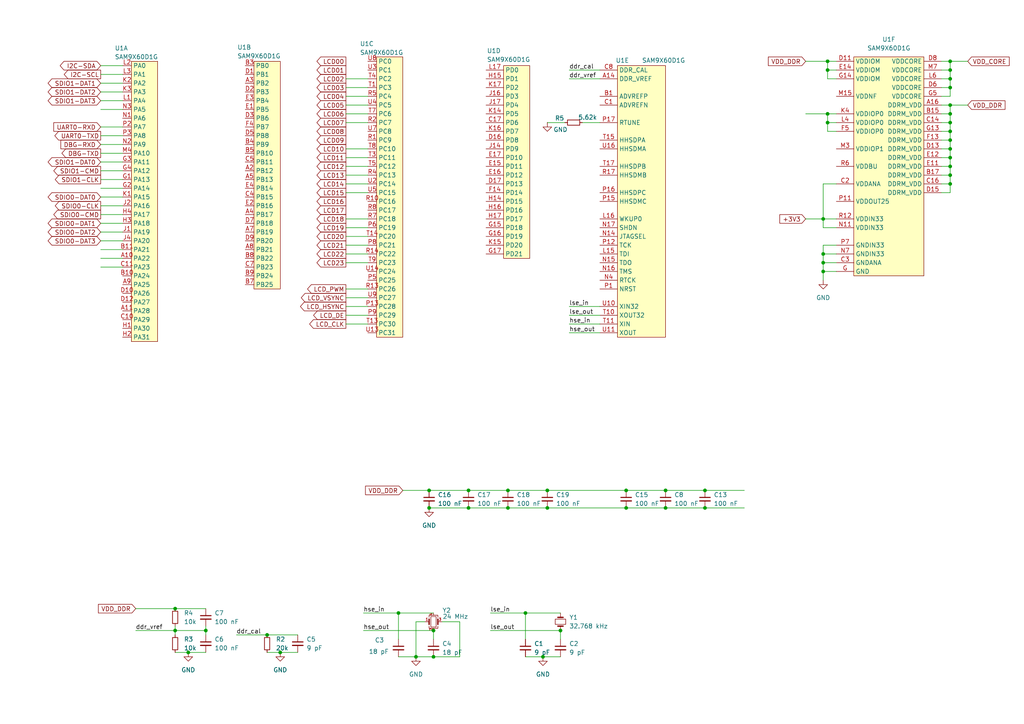
<source format=kicad_sch>
(kicad_sch (version 20231120) (generator "eeschema") (generator_version "8.0")
  (paper "A4")
  (lib_symbols
    (symbol "Device:C_Small" (pin_numbers hide) (pin_names (offset 0.254) hide)
      (property "Reference" "C" (at 0.254 1.778 0))
      (property "Value" "C_Small" (at 0.254 -2.032 0))
      (symbol "C_Small_0_1"
        (polyline (pts (xy -1.524 -0.508) (xy 1.524 -0.508)) (stroke (width 0.3302)))
        (polyline (pts (xy -1.524 0.508) (xy 1.524 0.508)) (stroke (width 0.3048)))
      )
      (symbol "C_Small_1_1"
        (pin passive line (at 0 2.54 270) (length 2.032) (name "~") (number "1"))
        (pin passive line (at 0 -2.54 90) (length 2.032) (name "~") (number "2"))
      )
    )
    (symbol "Device:Crystal_GND24_Small" (pin_names (offset 1.016) hide)
      (property "Reference" "Y" (at 1.27 4.445 0))
      (property "Value" "Crystal_GND24_Small" (at 1.27 2.54 0))
      (symbol "Crystal_GND24_Small_0_1"
        (rectangle (start -0.762 -1.524) (end 0.762 1.524))
        (polyline (pts (xy -1.27 -0.762) (xy -1.27 0.762)) (stroke (width 0.381)))
        (polyline (pts (xy 1.27 -0.762) (xy 1.27 0.762)) (stroke (width 0.381)))
        (polyline (pts (xy -1.27 -1.27) (xy -1.27 -1.905) (xy 1.27 -1.905) (xy 1.27 -1.27)))
        (polyline (pts (xy -1.27 1.27) (xy -1.27 1.905) (xy 1.27 1.905) (xy 1.27 1.27)))
      )
      (symbol "Crystal_GND24_Small_1_1"
        (pin passive line (at -2.54 0 0) (length 1.27) (name "1") (number "1"))
        (pin passive line (at 0 -2.54 90) (length 0.635) (name "2") (number "2"))
        (pin passive line (at 2.54 0 180) (length 1.27) (name "3") (number "3"))
        (pin passive line (at 0 2.54 270) (length 0.635) (name "4") (number "4"))
      )
    )
    (symbol "Device:Crystal_Small" (pin_numbers hide) (pin_names (offset 1.016) hide)
      (property "Reference" "Y" (at 0 2.54 0))
      (property "Value" "Crystal_Small" (at 0 -2.54 0))
      (symbol "Crystal_Small_0_1"
        (rectangle (start -0.762 -1.524) (end 0.762 1.524))
        (polyline (pts (xy -1.27 -0.762) (xy -1.27 0.762)) (stroke (width 0.381)))
        (polyline (pts (xy 1.27 -0.762) (xy 1.27 0.762)) (stroke (width 0.381)))
      )
      (symbol "Crystal_Small_1_1"
        (pin passive line (at -2.54 0 0) (length 1.27) (name "1") (number "1"))
        (pin passive line (at 2.54 0 180) (length 1.27) (name "2") (number "2"))
      )
    )
    (symbol "Device:R_Small" (pin_numbers hide) (pin_names (offset 0.254) hide)
      (property "Reference" "R" (at 0.762 0.508 0))
      (property "Value" "R_Small" (at 0.762 -1.016 0))
      (symbol "R_Small_0_1"
        (rectangle (start -0.762 1.778) (end 0.762 -1.778) (stroke (width 0.2032)))
      )
      (symbol "R_Small_1_1"
        (pin passive line (at 0 2.54 270) (length 0.762) (name "~") (number "1"))
        (pin passive line (at 0 -2.54 90) (length 0.762) (name "~") (number "2"))
      )
    )
    (symbol "microchip:SAM9X60D1G"
      (property "Reference" "U" (at 0 43.18 0))
      (property "Value" "SAM9X60D1G" (at -8.89 43.18 0))
      (symbol "SAM9X60D1G_1_0"
        (pin passive line (at -6.35 -16.51 0) (length 2.54) (name "PA22") (number "A10"))
        (pin passive line (at -6.35 -31.75 0) (length 2.54) (name "PA28") (number "A11"))
        (pin passive line (at -6.35 -24.13 0) (length 2.54) (name "PA25") (number "A9"))
        (pin passive line (at -6.35 -21.59 0) (length 2.54) (name "PA24") (number "B10"))
        (pin passive line (at -6.35 -13.97 0) (length 2.54) (name "PA21") (number "B11"))
        (pin passive line (at -6.35 -34.29 0) (length 2.54) (name "PA29") (number "C10"))
        (pin passive line (at -6.35 -19.05 0) (length 2.54) (name "PA23") (number "C11"))
        (pin passive line (at -6.35 -26.67 0) (length 2.54) (name "PA26") (number "D10"))
        (pin passive line (at -6.35 -29.21 0) (length 2.54) (name "PA27") (number "D12"))
        (pin passive line (at -6.35 6.35 0) (length 2.54) (name "PA13") (number "G1"))
        (pin passive line (at -6.35 3.81 0) (length 2.54) (name "PA14") (number "G2"))
        (pin passive line (at -6.35 11.43 0) (length 2.54) (name "PA11") (number "G3"))
        (pin passive line (at -6.35 8.89 0) (length 2.54) (name "PA12") (number "G4"))
        (pin passive line (at -6.35 -36.83 0) (length 2.54) (name "PA30") (number "H1"))
        (pin passive line (at -6.35 -39.37 0) (length 2.54) (name "PA31") (number "H2"))
        (pin passive line (at -6.35 -6.35 0) (length 2.54) (name "PA18") (number "H3"))
        (pin passive line (at -6.35 -3.81 0) (length 2.54) (name "PA17") (number "H4"))
        (pin passive line (at -6.35 -8.89 0) (length 2.54) (name "PA19") (number "J1"))
        (pin passive line (at -6.35 -1.27 0) (length 2.54) (name "PA16") (number "J2"))
        (pin passive line (at -6.35 -11.43 0) (length 2.54) (name "PA20") (number "J4"))
        (pin passive line (at -6.35 1.27 0) (length 2.54) (name "PA15") (number "K1"))
        (pin passive line (at -6.35 34.29 0) (length 2.54) (name "PA2") (number "K2"))
        (pin passive line (at -6.35 31.75 0) (length 2.54) (name "PA3") (number "K3"))
        (pin passive line (at -6.35 29.21 0) (length 2.54) (name "PA4") (number "L1"))
        (pin passive line (at -6.35 39.37 0) (length 2.54) (name "PA0") (number "L2"))
        (pin passive line (at -6.35 36.83 0) (length 2.54) (name "PA1") (number "L3"))
        (pin passive line (at -6.35 13.97 0) (length 2.54) (name "PA10") (number "M4"))
        (pin passive line (at -6.35 24.13 0) (length 2.54) (name "PA6") (number "N1"))
        (pin passive line (at -6.35 16.51 0) (length 2.54) (name "PA9") (number "N2"))
        (pin passive line (at -6.35 26.67 0) (length 2.54) (name "PA5") (number "N3"))
        (pin passive line (at -6.35 21.59 0) (length 2.54) (name "PA7") (number "P2"))
        (pin passive line (at -6.35 19.05 0) (length 2.54) (name "PA8") (number "P3"))
      )
      (symbol "SAM9X60D1G_1_1"
        (rectangle (start -3.81 40.64) (end 3.81 -40.64) (stroke (width 0.1524)) (fill (type background)))
      )
      (symbol "SAM9X60D1G_2_0"
        (pin passive line (at -6.35 8.89 0) (length 2.54) (name "PB12") (number "A2"))
        (pin passive line (at -6.35 34.29 0) (length 2.54) (name "PB2") (number "A3"))
        (pin passive line (at -6.35 -3.81 0) (length 2.54) (name "PB17") (number "A4"))
        (pin passive line (at -6.35 6.35 0) (length 2.54) (name "PB13") (number "A5"))
        (pin passive line (at -6.35 -8.89 0) (length 2.54) (name "PB19") (number "A7"))
        (pin passive line (at -6.35 -13.97 0) (length 2.54) (name "PB21") (number "A8"))
        (pin passive line (at -6.35 39.37 0) (length 2.54) (name "PB0") (number "B3"))
        (pin passive line (at -6.35 16.51 0) (length 2.54) (name "PB9") (number "B4"))
        (pin passive line (at -6.35 13.97 0) (length 2.54) (name "PB10") (number "B5"))
        (pin passive line (at -6.35 -24.13 0) (length 2.54) (name "PB25") (number "B7"))
        (pin passive line (at -6.35 -16.51 0) (length 2.54) (name "PB22") (number "B8"))
        (pin passive line (at -6.35 -21.59 0) (length 2.54) (name "PB24") (number "B9"))
        (pin passive line (at -6.35 1.27 0) (length 2.54) (name "PB15") (number "C4"))
        (pin passive line (at -6.35 11.43 0) (length 2.54) (name "PB11") (number "C5"))
        (pin passive line (at -6.35 -19.05 0) (length 2.54) (name "PB23") (number "C7"))
        (pin passive line (at -6.35 36.83 0) (length 2.54) (name "PB1") (number "D1"))
        (pin passive line (at -6.35 31.75 0) (length 2.54) (name "PB3") (number "D2"))
        (pin passive line (at -6.35 24.13 0) (length 2.54) (name "PB6") (number "D3"))
        (pin passive line (at -6.35 19.05 0) (length 2.54) (name "PB8") (number "D5"))
        (pin passive line (at -6.35 -6.35 0) (length 2.54) (name "PB18") (number "D7"))
        (pin passive line (at -6.35 -11.43 0) (length 2.54) (name "PB20") (number "D9"))
        (pin passive line (at -6.35 26.67 0) (length 2.54) (name "PB5") (number "E1"))
        (pin passive line (at -6.35 -1.27 0) (length 2.54) (name "PB16") (number "E2"))
        (pin passive line (at -6.35 29.21 0) (length 2.54) (name "PB4") (number "E3"))
        (pin passive line (at -6.35 3.81 0) (length 2.54) (name "PB14") (number "E4"))
        (pin passive line (at -6.35 21.59 0) (length 2.54) (name "PB7") (number "F4"))
      )
      (symbol "SAM9X60D1G_2_1"
        (rectangle (start -3.81 40.64) (end 3.81 -25.4) (stroke (width 0.1524)) (fill (type background)))
      )
      (symbol "SAM9X60D1G_3_0"
        (pin passive line (at -6.35 -31.75 0) (length 2.54) (name "PC28") (number "P13"))
        (pin passive line (at -6.35 -24.13 0) (length 2.54) (name "PC25") (number "P5"))
        (pin passive line (at -6.35 -8.89 0) (length 2.54) (name "PC19") (number "P6"))
        (pin passive line (at -6.35 -13.97 0) (length 2.54) (name "PC21") (number "P8"))
        (pin passive line (at -6.35 -34.29 0) (length 2.54) (name "PC29") (number "P9"))
        (pin passive line (at -6.35 16.51 0) (length 2.54) (name "PC9") (number "R1"))
        (pin passive line (at -6.35 -1.27 0) (length 2.54) (name "PC16") (number "R10"))
        (pin passive line (at -6.35 -26.67 0) (length 2.54) (name "PC26") (number "R13"))
        (pin passive line (at -6.35 -16.51 0) (length 2.54) (name "PC22") (number "R14"))
        (pin passive line (at -6.35 21.59 0) (length 2.54) (name "PC7") (number "R2"))
        (pin passive line (at -6.35 6.35 0) (length 2.54) (name "PC13") (number "R4"))
        (pin passive line (at -6.35 29.21 0) (length 2.54) (name "PC4") (number "R5"))
        (pin passive line (at -6.35 -6.35 0) (length 2.54) (name "PC18") (number "R7"))
        (pin passive line (at -6.35 -3.81 0) (length 2.54) (name "PC17") (number "R8"))
        (pin passive line (at -6.35 31.75 0) (length 2.54) (name "PC3") (number "T1"))
        (pin passive line (at -6.35 -36.83 0) (length 2.54) (name "PC30") (number "T13"))
        (pin passive line (at -6.35 -11.43 0) (length 2.54) (name "PC20") (number "T14"))
        (pin passive line (at -6.35 11.43 0) (length 2.54) (name "PC11") (number "T3"))
        (pin passive line (at -6.35 34.29 0) (length 2.54) (name "PC2") (number "T4"))
        (pin passive line (at -6.35 8.89 0) (length 2.54) (name "PC12") (number "T5"))
        (pin passive line (at -6.35 24.13 0) (length 2.54) (name "PC6") (number "T7"))
        (pin passive line (at -6.35 13.97 0) (length 2.54) (name "PC10") (number "T8"))
        (pin passive line (at -6.35 -19.05 0) (length 2.54) (name "PC23") (number "T9"))
        (pin passive line (at -6.35 -39.37 0) (length 2.54) (name "PC31") (number "U13"))
        (pin passive line (at -6.35 -21.59 0) (length 2.54) (name "PC24") (number "U14"))
        (pin passive line (at -6.35 3.81 0) (length 2.54) (name "PC14") (number "U2"))
        (pin passive line (at -6.35 36.83 0) (length 2.54) (name "PC1") (number "U3"))
        (pin passive line (at -6.35 26.67 0) (length 2.54) (name "PC5") (number "U4"))
        (pin passive line (at -6.35 1.27 0) (length 2.54) (name "PC15") (number "U5"))
        (pin passive line (at -6.35 19.05 0) (length 2.54) (name "PC8") (number "U7"))
        (pin passive line (at -6.35 39.37 0) (length 2.54) (name "PC0") (number "U8"))
        (pin passive line (at -6.35 -29.21 0) (length 2.54) (name "PC27") (number "U9"))
      )
      (symbol "SAM9X60D1G_3_1"
        (rectangle (start -3.81 40.64) (end 3.81 -40.64) (stroke (width 0.1524)) (fill (type background)))
      )
      (symbol "SAM9X60D1G_4_0"
        (pin passive line (at -8.89 24.13 0) (length 5.08) (name "PD6") (number "C17"))
        (pin passive line (at -8.89 19.05 0) (length 5.08) (name "PD8") (number "D16"))
        (pin passive line (at -8.89 6.35 0) (length 5.08) (name "PD13") (number "D17"))
        (pin passive line (at -8.89 11.43 0) (length 5.08) (name "PD11") (number "E15"))
        (pin passive line (at -8.89 8.89 0) (length 5.08) (name "PD12") (number "E16"))
        (pin passive line (at -8.89 13.97 0) (length 5.08) (name "PD10") (number "E17"))
        (pin passive line (at -8.89 3.81 0) (length 5.08) (name "PD14") (number "F14"))
        (pin passive line (at -8.89 -6.35 0) (length 5.08) (name "PD18") (number "G15"))
        (pin passive line (at -8.89 -8.89 0) (length 5.08) (name "PD19") (number "G16"))
        (pin passive line (at -8.89 -13.97 0) (length 5.08) (name "PD21") (number "G17"))
        (pin passive line (at -8.89 1.27 0) (length 5.08) (name "PD15") (number "H14"))
        (pin passive line (at -8.89 36.83 0) (length 5.08) (name "PD1") (number "H15"))
        (pin passive line (at -8.89 -1.27 0) (length 5.08) (name "PD16") (number "H16"))
        (pin passive line (at -8.89 -3.81 0) (length 5.08) (name "PD17") (number "H17"))
        (pin passive line (at -8.89 16.51 0) (length 5.08) (name "PD9") (number "J14"))
        (pin passive line (at -8.89 31.75 0) (length 5.08) (name "PD3") (number "J16"))
        (pin passive line (at -8.89 29.21 0) (length 5.08) (name "PD4") (number "J17"))
        (pin passive line (at -8.89 26.67 0) (length 5.08) (name "PD5") (number "K14"))
        (pin passive line (at -8.89 -11.43 0) (length 5.08) (name "PD20") (number "K15"))
        (pin passive line (at -8.89 21.59 0) (length 5.08) (name "PD7") (number "K16"))
        (pin passive line (at -8.89 34.29 0) (length 5.08) (name "PD2") (number "K17"))
        (pin passive line (at -8.89 39.37 0) (length 5.08) (name "PD0") (number "L17"))
      )
      (symbol "SAM9X60D1G_4_1"
        (rectangle (start -3.81 40.64) (end 3.81 -15.24) (stroke (width 0.1524)) (fill (type background)))
      )
      (symbol "SAM9X60D1G_5_0"
        (pin passive line (at -8.89 36.83 0) (length 5.08) (name "DDR_VREF") (number "A14"))
        (pin passive line (at -8.89 31.75 0) (length 5.08) (name "ADVREFP") (number "B1"))
        (pin passive line (at -8.89 29.21 0) (length 5.08) (name "ADVREFN") (number "C1"))
        (pin passive line (at -8.89 39.37 0) (length 5.08) (name "DDR_CAL") (number "C8"))
        (pin passive line (at -8.89 -13.97 0) (length 5.08) (name "TDI") (number "L15"))
        (pin passive line (at -8.89 -3.81 0) (length 5.08) (name "WKUP0") (number "L16"))
        (pin passive line (at -8.89 -8.89 0) (length 5.08) (name "JTAGSEL") (number "N14"))
        (pin passive line (at -8.89 -16.51 0) (length 5.08) (name "TDO") (number "N15"))
        (pin passive line (at -8.89 -19.05 0) (length 5.08) (name "TMS") (number "N16"))
        (pin passive line (at -8.89 -6.35 0) (length 5.08) (name "SHDN") (number "N17"))
        (pin passive line (at -8.89 -21.59 0) (length 5.08) (name "RTCK") (number "N4"))
        (pin passive line (at -8.89 -24.13 0) (length 5.08) (name "NRST") (number "P1"))
        (pin passive line (at -8.89 -11.43 0) (length 5.08) (name "TCK") (number "P12"))
        (pin passive line (at -8.89 1.27 0) (length 5.08) (name "HHSDMC") (number "P15"))
        (pin passive line (at -8.89 3.81 0) (length 5.08) (name "HHSDPC") (number "P16"))
        (pin passive line (at -8.89 24.13 0) (length 5.08) (name "RTUNE") (number "P17"))
        (pin passive line (at -8.89 8.89 0) (length 5.08) (name "HHSDMB") (number "R17"))
        (pin passive line (at -8.89 -31.75 0) (length 5.08) (name "XOUT32") (number "T10"))
        (pin passive line (at -8.89 -34.29 0) (length 5.08) (name "XIN") (number "T11"))
        (pin passive line (at -8.89 19.05 0) (length 5.08) (name "HHSDPA") (number "T15"))
        (pin passive line (at -8.89 11.43 0) (length 5.08) (name "HHSDPB") (number "T17"))
        (pin passive line (at -8.89 -29.21 0) (length 5.08) (name "XIN32") (number "U10"))
        (pin passive line (at -8.89 -36.83 0) (length 5.08) (name "XOUT") (number "U11"))
        (pin passive line (at -8.89 16.51 0) (length 5.08) (name "HHSDMA") (number "U16"))
      )
      (symbol "SAM9X60D1G_5_1"
        (rectangle (start -3.81 40.64) (end 10.16 -38.1) (stroke (width 0.1524)) (fill (type background)))
      )
      (symbol "SAM9X60D1G_6_0"
        (pin power_in line (at 21.59 25.4 180) (length 5.08) (name "DDRM_VDD") (number "A16"))
        (pin power_in line (at 21.59 22.86 180) (length 5.08) (name "DDRM_VDD") (number "B15"))
        (pin power_in line (at 21.59 5.08 180) (length 5.08) (name "DDRM_VDD") (number "B17"))
        (pin power_in line (at 21.59 20.32 180) (length 5.08) (name "DDRM_VDD") (number "C14"))
        (pin power_in line (at 21.59 2.54 180) (length 5.08) (name "DDRM_VDD") (number "C16"))
        (pin power_in line (at -8.89 2.54 0) (length 5.08) (name "VDDANA") (number "C2"))
        (pin power_in line (at -8.89 -20.32 0) (length 5.08) (name "GNDANA") (number "C3"))
        (pin power_in line (at -8.89 38.1 0) (length 5.08) (name "VDDIOM") (number "D11"))
        (pin power_in line (at 21.59 12.7 180) (length 5.08) (name "DDRM_VDD") (number "D13"))
        (pin power_in line (at 21.59 0 180) (length 5.08) (name "DDRM_VDD") (number "D15"))
        (pin power_in line (at 21.59 30.48 180) (length 5.08) (name "VDDCORE") (number "D6"))
        (pin power_in line (at 21.59 38.1 180) (length 5.08) (name "VDDCORE") (number "D8"))
        (pin power_in line (at 21.59 7.62 180) (length 5.08) (name "DDRM_VDD") (number "E11"))
        (pin power_in line (at 21.59 10.16 180) (length 5.08) (name "DDRM_VDD") (number "E12"))
        (pin power_in line (at -8.89 35.56 0) (length 5.08) (name "VDDIOM") (number "E14"))
        (pin power_in line (at 21.59 15.24 180) (length 5.08) (name "DDRM_VDD") (number "F13"))
        (pin power_in line (at -8.89 17.78 0) (length 5.08) (name "VDDIOP0") (number "F5"))
        (pin power_in line (at -8.89 -22.86 0) (length 5.08) (name "GND") (number "G"))
        (pin power_in line (at 21.59 17.78 180) (length 5.08) (name "DDRM_VDD") (number "G13"))
        (pin power_in line (at -8.89 33.02 0) (length 5.08) (name "VDDIOM") (number "G14"))
        (pin power_in line (at 21.59 27.94 180) (length 5.08) (name "VDDCORE") (number "G5"))
        (pin power_in line (at -8.89 22.86 0) (length 5.08) (name "VDDIOP0") (number "K4"))
        (pin power_in line (at -8.89 20.32 0) (length 5.08) (name "VDDIOP0") (number "L4"))
        (pin power_in line (at 21.59 33.02 180) (length 5.08) (name "VDDCORE") (number "L6"))
        (pin power_in line (at -8.89 27.94 0) (length 5.08) (name "VDDNF") (number "M15"))
        (pin power_in line (at -8.89 12.7 0) (length 5.08) (name "VDDIOP1") (number "M3"))
        (pin power_in line (at 21.59 35.56 180) (length 5.08) (name "VDDCORE") (number "M7"))
        (pin power_in line (at -8.89 -10.16 0) (length 5.08) (name "VDDIN33") (number "N11"))
        (pin power_in line (at -8.89 -17.78 0) (length 5.08) (name "GNDIN33") (number "N7"))
        (pin power_in line (at -8.89 -2.54 0) (length 5.08) (name "VDDOUT25") (number "P11"))
        (pin power_in line (at -8.89 -15.24 0) (length 5.08) (name "GNDIN33") (number "P7"))
        (pin power_in line (at -8.89 -7.62 0) (length 5.08) (name "VDDIN33") (number "R12"))
        (pin power_in line (at -8.89 7.62 0) (length 5.08) (name "VDDBU") (number "R6"))
      )
      (symbol "SAM9X60D1G_6_1"
        (rectangle (start -3.81 39.37) (end 16.51 -24.13) (stroke (width 0.1524)) (fill (type background)))
      )
    )
    (symbol "power:GND" (power) (pin_numbers hide) (pin_names (offset 0) hide)
      (property "Value" "GND" (at 0 -3.81 0))
      (symbol "GND_0_1"
        (polyline (pts (xy 0 0) (xy 0 -1.27) (xy 1.27 -1.27) (xy 0 -2.54) (xy -1.27 -1.27) (xy 0 -1.27)))
      )
      (symbol "GND_1_1"
        (pin power_in line (at 0 0 270) (length 0) (name "~") (number "1"))
      )
    )
  )
  (junction (at 59.69 182.88))
  (junction (at 275.59 48.26))
  (junction (at 275.59 50.8))
  (junction (at 275.59 22.86))
  (junction (at 120.65 190.5))
  (junction (at 77.47 184.15))
  (junction (at 162.56 182.88))
  (junction (at 152.4 177.8))
  (junction (at 240.03 33.02))
  (junction (at 125.73 182.88))
  (junction (at 275.59 20.32))
  (junction (at 275.59 43.18))
  (junction (at 147.32 142.24))
  (junction (at 275.59 17.78))
  (junction (at 275.59 25.4))
  (junction (at 115.57 177.8))
  (junction (at 275.59 35.56))
  (junction (at 238.76 76.2))
  (junction (at 158.75 147.32))
  (junction (at 158.75 142.24))
  (junction (at 124.46 147.32))
  (junction (at 275.59 53.34))
  (junction (at 275.59 45.72))
  (junction (at 50.8 182.88))
  (junction (at 181.61 142.24))
  (junction (at 124.46 142.24))
  (junction (at 193.04 142.24))
  (junction (at 275.59 33.02))
  (junction (at 135.89 147.32))
  (junction (at 240.03 20.32))
  (junction (at 81.28 189.23))
  (junction (at 240.03 35.56))
  (junction (at 238.76 63.5))
  (junction (at 157.48 190.5))
  (junction (at 238.76 78.74))
  (junction (at 135.89 142.24))
  (junction (at 54.61 189.23))
  (junction (at 147.32 147.32))
  (junction (at 240.03 17.78))
  (junction (at 275.59 40.64))
  (junction (at 193.04 147.32))
  (junction (at 181.61 147.32))
  (junction (at 275.59 30.48))
  (junction (at 238.76 73.66))
  (junction (at 125.73 190.5))
  (junction (at 50.8 176.53))
  (junction (at 275.59 38.1))
  (junction (at 204.47 147.32))
  (junction (at 204.47 142.24))
  (wire (pts (xy 100.33 83.82) (xy 106.68 83.82)))
  (wire (pts (xy 54.61 189.23) (xy 59.69 189.23)))
  (wire (pts (xy 100.33 33.02) (xy 106.68 33.02)))
  (wire (pts (xy 133.35 180.34) (xy 133.35 190.5)))
  (wire (pts (xy 275.59 43.18) (xy 275.59 40.64)))
  (wire (pts (xy 193.04 147.32) (xy 204.47 147.32)))
  (wire (pts (xy 165.1 91.44) (xy 173.99 91.44)))
  (wire (pts (xy 100.33 35.56) (xy 106.68 35.56)))
  (wire (pts (xy 29.21 54.61) (xy 35.56 54.61)))
  (wire (pts (xy 238.76 76.2) (xy 242.57 76.2)))
  (wire (pts (xy 100.33 25.4) (xy 106.68 25.4)))
  (wire (pts (xy 115.57 177.8) (xy 125.73 177.8)))
  (wire (pts (xy 275.59 30.48) (xy 280.67 30.48)))
  (wire (pts (xy 240.03 35.56) (xy 240.03 33.02)))
  (wire (pts (xy 29.21 31.75) (xy 35.56 31.75)))
  (wire (pts (xy 100.33 50.8) (xy 106.68 50.8)))
  (wire (pts (xy 238.76 66.04) (xy 238.76 63.5)))
  (wire (pts (xy 29.21 19.05) (xy 35.56 19.05)))
  (wire (pts (xy 275.59 40.64) (xy 275.59 38.1)))
  (wire (pts (xy 158.75 142.24) (xy 181.61 142.24)))
  (wire (pts (xy 39.37 176.53) (xy 50.8 176.53)))
  (wire (pts (xy 77.47 184.15) (xy 86.36 184.15)))
  (wire (pts (xy 29.21 74.93) (xy 35.56 74.93)))
  (wire (pts (xy 273.05 55.88) (xy 275.59 55.88)))
  (wire (pts (xy 135.89 142.24) (xy 147.32 142.24)))
  (wire (pts (xy 162.56 182.88) (xy 162.56 185.42)))
  (wire (pts (xy 238.76 73.66) (xy 238.76 76.2)))
  (wire (pts (xy 242.57 73.66) (xy 238.76 73.66)))
  (wire (pts (xy 240.03 38.1) (xy 240.03 35.56)))
  (wire (pts (xy 50.8 182.88) (xy 59.69 182.88)))
  (wire (pts (xy 233.68 63.5) (xy 238.76 63.5)))
  (wire (pts (xy 105.41 182.88) (xy 125.73 182.88)))
  (wire (pts (xy 275.59 35.56) (xy 275.59 33.02)))
  (wire (pts (xy 29.21 44.45) (xy 35.56 44.45)))
  (wire (pts (xy 165.1 20.32) (xy 173.99 20.32)))
  (wire (pts (xy 242.57 38.1) (xy 240.03 38.1)))
  (wire (pts (xy 204.47 142.24) (xy 215.9 142.24)))
  (wire (pts (xy 29.21 69.85) (xy 35.56 69.85)))
  (wire (pts (xy 29.21 21.59) (xy 35.56 21.59)))
  (wire (pts (xy 120.65 190.5) (xy 125.73 190.5)))
  (wire (pts (xy 100.33 43.18) (xy 106.68 43.18)))
  (wire (pts (xy 273.05 27.94) (xy 275.59 27.94)))
  (wire (pts (xy 240.03 17.78) (xy 242.57 17.78)))
  (wire (pts (xy 273.05 33.02) (xy 275.59 33.02)))
  (wire (pts (xy 275.59 17.78) (xy 280.67 17.78)))
  (wire (pts (xy 238.76 53.34) (xy 238.76 63.5)))
  (wire (pts (xy 233.68 33.02) (xy 240.03 33.02)))
  (wire (pts (xy 39.37 182.88) (xy 50.8 182.88)))
  (wire (pts (xy 165.1 93.98) (xy 173.99 93.98)))
  (wire (pts (xy 240.03 20.32) (xy 240.03 17.78)))
  (wire (pts (xy 100.33 93.98) (xy 106.68 93.98)))
  (wire (pts (xy 273.05 22.86) (xy 275.59 22.86)))
  (wire (pts (xy 100.33 68.58) (xy 106.68 68.58)))
  (wire (pts (xy 238.76 78.74) (xy 242.57 78.74)))
  (wire (pts (xy 29.21 46.99) (xy 35.56 46.99)))
  (wire (pts (xy 100.33 45.72) (xy 106.68 45.72)))
  (wire (pts (xy 275.59 20.32) (xy 275.59 17.78)))
  (wire (pts (xy 157.48 190.5) (xy 162.56 190.5)))
  (wire (pts (xy 238.76 63.5) (xy 242.57 63.5)))
  (wire (pts (xy 125.73 182.88) (xy 125.73 185.42)))
  (wire (pts (xy 29.21 52.07) (xy 35.56 52.07)))
  (wire (pts (xy 273.05 25.4) (xy 275.59 25.4)))
  (wire (pts (xy 238.76 78.74) (xy 238.76 81.28)))
  (wire (pts (xy 115.57 177.8) (xy 115.57 185.42)))
  (wire (pts (xy 181.61 147.32) (xy 193.04 147.32)))
  (wire (pts (xy 133.35 190.5) (xy 125.73 190.5)))
  (wire (pts (xy 273.05 50.8) (xy 275.59 50.8)))
  (wire (pts (xy 100.33 22.86) (xy 106.68 22.86)))
  (wire (pts (xy 59.69 182.88) (xy 59.69 184.15)))
  (wire (pts (xy 240.03 20.32) (xy 242.57 20.32)))
  (wire (pts (xy 240.03 22.86) (xy 240.03 20.32)))
  (wire (pts (xy 123.19 180.34) (xy 120.65 180.34)))
  (wire (pts (xy 81.28 189.23) (xy 86.36 189.23)))
  (wire (pts (xy 273.05 40.64) (xy 275.59 40.64)))
  (wire (pts (xy 100.33 73.66) (xy 106.68 73.66)))
  (wire (pts (xy 273.05 38.1) (xy 275.59 38.1)))
  (wire (pts (xy 165.1 96.52) (xy 173.99 96.52)))
  (wire (pts (xy 29.21 77.47) (xy 35.56 77.47)))
  (wire (pts (xy 181.61 142.24) (xy 193.04 142.24)))
  (wire (pts (xy 100.33 88.9) (xy 106.68 88.9)))
  (wire (pts (xy 275.59 33.02) (xy 275.59 30.48)))
  (wire (pts (xy 29.21 62.23) (xy 35.56 62.23)))
  (wire (pts (xy 275.59 38.1) (xy 275.59 35.56)))
  (wire (pts (xy 152.4 177.8) (xy 152.4 185.42)))
  (wire (pts (xy 29.21 26.67) (xy 35.56 26.67)))
  (wire (pts (xy 29.21 67.31) (xy 35.56 67.31)))
  (wire (pts (xy 115.57 190.5) (xy 120.65 190.5)))
  (wire (pts (xy 124.46 142.24) (xy 135.89 142.24)))
  (wire (pts (xy 273.05 30.48) (xy 275.59 30.48)))
  (wire (pts (xy 273.05 20.32) (xy 275.59 20.32)))
  (wire (pts (xy 142.24 182.88) (xy 162.56 182.88)))
  (wire (pts (xy 142.24 177.8) (xy 152.4 177.8)))
  (wire (pts (xy 275.59 50.8) (xy 275.59 48.26)))
  (wire (pts (xy 165.1 88.9) (xy 173.99 88.9)))
  (wire (pts (xy 193.04 142.24) (xy 204.47 142.24)))
  (wire (pts (xy 29.21 64.77) (xy 35.56 64.77)))
  (wire (pts (xy 233.68 17.78) (xy 240.03 17.78)))
  (wire (pts (xy 242.57 22.86) (xy 240.03 22.86)))
  (wire (pts (xy 275.59 53.34) (xy 275.59 50.8)))
  (wire (pts (xy 100.33 55.88) (xy 106.68 55.88)))
  (wire (pts (xy 100.33 48.26) (xy 106.68 48.26)))
  (wire (pts (xy 273.05 48.26) (xy 275.59 48.26)))
  (wire (pts (xy 158.75 35.56) (xy 163.83 35.56)))
  (wire (pts (xy 275.59 55.88) (xy 275.59 53.34)))
  (wire (pts (xy 100.33 86.36) (xy 106.68 86.36)))
  (wire (pts (xy 124.46 147.32) (xy 135.89 147.32)))
  (wire (pts (xy 100.33 27.94) (xy 106.68 27.94)))
  (wire (pts (xy 273.05 35.56) (xy 275.59 35.56)))
  (wire (pts (xy 168.91 35.56) (xy 173.99 35.56)))
  (wire (pts (xy 59.69 181.61) (xy 59.69 182.88)))
  (wire (pts (xy 273.05 17.78) (xy 275.59 17.78)))
  (wire (pts (xy 100.33 76.2) (xy 106.68 76.2)))
  (wire (pts (xy 50.8 176.53) (xy 59.69 176.53)))
  (wire (pts (xy 100.33 53.34) (xy 106.68 53.34)))
  (wire (pts (xy 50.8 189.23) (xy 54.61 189.23)))
  (wire (pts (xy 165.1 22.86) (xy 173.99 22.86)))
  (wire (pts (xy 68.58 184.15) (xy 77.47 184.15)))
  (wire (pts (xy 100.33 71.12) (xy 106.68 71.12)))
  (wire (pts (xy 242.57 71.12) (xy 238.76 71.12)))
  (wire (pts (xy 29.21 39.37) (xy 35.56 39.37)))
  (wire (pts (xy 100.33 63.5) (xy 106.68 63.5)))
  (wire (pts (xy 120.65 180.34) (xy 120.65 190.5)))
  (wire (pts (xy 50.8 182.88) (xy 50.8 184.15)))
  (wire (pts (xy 240.03 35.56) (xy 242.57 35.56)))
  (wire (pts (xy 152.4 190.5) (xy 157.48 190.5)))
  (wire (pts (xy 242.57 53.34) (xy 238.76 53.34)))
  (wire (pts (xy 100.33 30.48) (xy 106.68 30.48)))
  (wire (pts (xy 275.59 22.86) (xy 275.59 20.32)))
  (wire (pts (xy 50.8 181.61) (xy 50.8 182.88)))
  (wire (pts (xy 238.76 71.12) (xy 238.76 73.66)))
  (wire (pts (xy 29.21 72.39) (xy 35.56 72.39)))
  (wire (pts (xy 100.33 66.04) (xy 106.68 66.04)))
  (wire (pts (xy 275.59 27.94) (xy 275.59 25.4)))
  (wire (pts (xy 147.32 147.32) (xy 158.75 147.32)))
  (wire (pts (xy 116.84 142.24) (xy 124.46 142.24)))
  (wire (pts (xy 238.76 76.2) (xy 238.76 78.74)))
  (wire (pts (xy 275.59 48.26) (xy 275.59 45.72)))
  (wire (pts (xy 29.21 49.53) (xy 35.56 49.53)))
  (wire (pts (xy 273.05 45.72) (xy 275.59 45.72)))
  (wire (pts (xy 147.32 142.24) (xy 158.75 142.24)))
  (wire (pts (xy 77.47 189.23) (xy 81.28 189.23)))
  (wire (pts (xy 29.21 29.21) (xy 35.56 29.21)))
  (wire (pts (xy 240.03 33.02) (xy 242.57 33.02)))
  (wire (pts (xy 273.05 53.34) (xy 275.59 53.34)))
  (wire (pts (xy 29.21 24.13) (xy 35.56 24.13)))
  (wire (pts (xy 100.33 91.44) (xy 106.68 91.44)))
  (wire (pts (xy 105.41 177.8) (xy 115.57 177.8)))
  (wire (pts (xy 158.75 147.32) (xy 181.61 147.32)))
  (wire (pts (xy 29.21 57.15) (xy 35.56 57.15)))
  (wire (pts (xy 29.21 59.69) (xy 35.56 59.69)))
  (wire (pts (xy 29.21 41.91) (xy 35.56 41.91)))
  (wire (pts (xy 275.59 25.4) (xy 275.59 22.86)))
  (wire (pts (xy 275.59 45.72) (xy 275.59 43.18)))
  (wire (pts (xy 204.47 147.32) (xy 215.9 147.32)))
  (wire (pts (xy 29.21 36.83) (xy 35.56 36.83)))
  (wire (pts (xy 152.4 177.8) (xy 162.56 177.8)))
  (wire (pts (xy 135.89 147.32) (xy 147.32 147.32)))
  (wire (pts (xy 128.27 180.34) (xy 133.35 180.34)))
  (wire (pts (xy 242.57 66.04) (xy 238.76 66.04)))
  (wire (pts (xy 273.05 43.18) (xy 275.59 43.18)))
  (label "hse_out" (at 165.1 96.52 0))
  (label "lse_out" (at 142.24 182.88 0))
  (label "ddr_vref" (at 165.1 22.86 0))
  (label "hse_in" (at 105.41 177.8 0))
  (label "hse_out" (at 105.41 182.88 0))
  (label "lse_in" (at 142.24 177.8 0))
  (label "ddr_vref" (at 39.37 182.88 0))
  (label "hse_in" (at 165.1 93.98 0))
  (label "lse_out" (at 165.1 91.44 0))
  (label "ddr_cal" (at 165.1 20.32 0))
  (label "lse_in" (at 165.1 88.9 0))
  (label "ddr_cal" (at 68.58 184.15 0))
  (global_label "SDIO0-DAT2" (shape bidirectional) (at 29.21 67.31 180) (property "Intersheetrefs" "${INTERSHEET_REFS}" (effects (hide yes))))
  (global_label "LCD15" (shape output) (at 100.33 55.88 180) (property "Intersheetrefs" "${INTERSHEET_REFS}" (effects (hide yes))))
  (global_label "LCD_HSYNC" (shape output) (at 100.33 88.9 180) (property "Intersheetrefs" "${INTERSHEET_REFS}" (effects (hide yes))))
  (global_label "I2C-SCL" (shape output) (at 29.21 21.59 180) (property "Intersheetrefs" "${INTERSHEET_REFS}" (effects (hide yes))))
  (global_label "SDIO1-CLK" (shape output) (at 29.21 52.07 180) (property "Intersheetrefs" "${INTERSHEET_REFS}" (effects (hide yes))))
  (global_label "DBG-RXD" (shape input) (at 29.21 41.91 180) (property "Intersheetrefs" "${INTERSHEET_REFS}" (effects (hide yes))))
  (global_label "SDIO1-DAT1" (shape bidirectional) (at 29.21 24.13 180) (property "Intersheetrefs" "${INTERSHEET_REFS}" (effects (hide yes))))
  (global_label "I2C-SDA" (shape bidirectional) (at 29.21 19.05 180) (property "Intersheetrefs" "${INTERSHEET_REFS}" (effects (hide yes))))
  (global_label "LCD_PWM" (shape output) (at 100.33 83.82 180) (property "Intersheetrefs" "${INTERSHEET_REFS}" (effects (hide yes))))
  (global_label "LCD20" (shape output) (at 100.33 68.58 180) (property "Intersheetrefs" "${INTERSHEET_REFS}" (effects (hide yes))))
  (global_label "LCD01" (shape output) (at 100.33 20.32 180) (property "Intersheetrefs" "${INTERSHEET_REFS}" (effects (hide yes))))
  (global_label "LCD_VSYNC" (shape output) (at 100.33 86.36 180) (property "Intersheetrefs" "${INTERSHEET_REFS}" (effects (hide yes))))
  (global_label "LCD16" (shape output) (at 100.33 58.42 180) (property "Intersheetrefs" "${INTERSHEET_REFS}" (effects (hide yes))))
  (global_label "LCD00" (shape output) (at 100.33 17.78 180) (property "Intersheetrefs" "${INTERSHEET_REFS}" (effects (hide yes))))
  (global_label "LCD04" (shape output) (at 100.33 27.94 180) (property "Intersheetrefs" "${INTERSHEET_REFS}" (effects (hide yes))))
  (global_label "LCD13" (shape output) (at 100.33 50.8 180) (property "Intersheetrefs" "${INTERSHEET_REFS}" (effects (hide yes))))
  (global_label "VDD_DDR" (shape input) (at 39.37 176.53 180) (property "Intersheetrefs" "${INTERSHEET_REFS}" (effects (hide yes))))
  (global_label "SDIO1-CMD" (shape output) (at 29.21 49.53 180) (property "Intersheetrefs" "${INTERSHEET_REFS}" (effects (hide yes))))
  (global_label "LCD03" (shape output) (at 100.33 25.4 180) (property "Intersheetrefs" "${INTERSHEET_REFS}" (effects (hide yes))))
  (global_label "LCD18" (shape output) (at 100.33 63.5 180) (property "Intersheetrefs" "${INTERSHEET_REFS}" (effects (hide yes))))
  (global_label "LCD_DE" (shape output) (at 100.33 91.44 180) (property "Intersheetrefs" "${INTERSHEET_REFS}" (effects (hide yes))))
  (global_label "SDIO1-DAT3" (shape bidirectional) (at 29.21 29.21 180) (property "Intersheetrefs" "${INTERSHEET_REFS}" (effects (hide yes))))
  (global_label "DBG-TXD" (shape output) (at 29.21 44.45 180) (property "Intersheetrefs" "${INTERSHEET_REFS}" (effects (hide yes))))
  (global_label "LCD17" (shape output) (at 100.33 60.96 180) (property "Intersheetrefs" "${INTERSHEET_REFS}" (effects (hide yes))))
  (global_label "LCD08" (shape output) (at 100.33 38.1 180) (property "Intersheetrefs" "${INTERSHEET_REFS}" (effects (hide yes))))
  (global_label "SDIO0-CMD" (shape output) (at 29.21 62.23 180) (property "Intersheetrefs" "${INTERSHEET_REFS}" (effects (hide yes))))
  (global_label "SDIO0-CLK" (shape output) (at 29.21 59.69 180) (property "Intersheetrefs" "${INTERSHEET_REFS}" (effects (hide yes))))
  (global_label "SDIO0-DAT0" (shape bidirectional) (at 29.21 57.15 180) (property "Intersheetrefs" "${INTERSHEET_REFS}" (effects (hide yes))))
  (global_label "SDIO1-DAT2" (shape bidirectional) (at 29.21 26.67 180) (property "Intersheetrefs" "${INTERSHEET_REFS}" (effects (hide yes))))
  (global_label "VDD_DDR" (shape input) (at 116.84 142.24 180) (property "Intersheetrefs" "${INTERSHEET_REFS}" (effects (hide yes))))
  (global_label "LCD19" (shape output) (at 100.33 66.04 180) (property "Intersheetrefs" "${INTERSHEET_REFS}" (effects (hide yes))))
  (global_label "UART0-TXD" (shape output) (at 29.21 39.37 180) (property "Intersheetrefs" "${INTERSHEET_REFS}" (effects (hide yes))))
  (global_label "LCD02" (shape output) (at 100.33 22.86 180) (property "Intersheetrefs" "${INTERSHEET_REFS}" (effects (hide yes))))
  (global_label "UART0-RXD" (shape input) (at 29.21 36.83 180) (property "Intersheetrefs" "${INTERSHEET_REFS}" (effects (hide yes))))
  (global_label "SDIO0-DAT3" (shape bidirectional) (at 29.21 69.85 180) (property "Intersheetrefs" "${INTERSHEET_REFS}" (effects (hide yes))))
  (global_label "LCD12" (shape output) (at 100.33 48.26 180) (property "Intersheetrefs" "${INTERSHEET_REFS}" (effects (hide yes))))
  (global_label "LCD07" (shape output) (at 100.33 35.56 180) (property "Intersheetrefs" "${INTERSHEET_REFS}" (effects (hide yes))))
  (global_label "LCD21" (shape output) (at 100.33 71.12 180) (property "Intersheetrefs" "${INTERSHEET_REFS}" (effects (hide yes))))
  (global_label "SDIO1-DAT0" (shape bidirectional) (at 29.21 46.99 180) (property "Intersheetrefs" "${INTERSHEET_REFS}" (effects (hide yes))))
  (global_label "LCD_CLK" (shape output) (at 100.33 93.98 180) (property "Intersheetrefs" "${INTERSHEET_REFS}" (effects (hide yes))))
  (global_label "VDD_CORE" (shape input) (at 280.67 17.78 0) (property "Intersheetrefs" "${INTERSHEET_REFS}" (effects (hide yes))))
  (global_label "VDD_DDR" (shape input) (at 233.68 17.78 180) (property "Intersheetrefs" "${INTERSHEET_REFS}" (effects (hide yes))))
  (global_label "LCD22" (shape output) (at 100.33 73.66 180) (property "Intersheetrefs" "${INTERSHEET_REFS}" (effects (hide yes))))
  (global_label "LCD05" (shape output) (at 100.33 30.48 180) (property "Intersheetrefs" "${INTERSHEET_REFS}" (effects (hide yes))))
  (global_label "LCD09" (shape output) (at 100.33 40.64 180) (property "Intersheetrefs" "${INTERSHEET_REFS}" (effects (hide yes))))
  (global_label "LCD06" (shape output) (at 100.33 33.02 180) (property "Intersheetrefs" "${INTERSHEET_REFS}" (effects (hide yes))))
  (global_label "+3V3" (shape input) (at 233.68 63.5 180) (property "Intersheetrefs" "${INTERSHEET_REFS}" (effects (hide yes))))
  (global_label "LCD10" (shape output) (at 100.33 43.18 180) (property "Intersheetrefs" "${INTERSHEET_REFS}" (effects (hide yes))))
  (global_label "LCD23" (shape output) (at 100.33 76.2 180) (property "Intersheetrefs" "${INTERSHEET_REFS}" (effects (hide yes))))
  (global_label "SDIO0-DAT1" (shape bidirectional) (at 29.21 64.77 180) (property "Intersheetrefs" "${INTERSHEET_REFS}" (effects (hide yes))))
  (global_label "LCD14" (shape output) (at 100.33 53.34 180) (property "Intersheetrefs" "${INTERSHEET_REFS}" (effects (hide yes))))
  (global_label "LCD11" (shape output) (at 100.33 45.72 180) (property "Intersheetrefs" "${INTERSHEET_REFS}" (effects (hide yes))))
  (global_label "VDD_DDR" (shape input) (at 280.67 30.48 0) (property "Intersheetrefs" "${INTERSHEET_REFS}" (effects (hide yes))))
  (symbol (lib_id "Device:C_Small") (at 135.89 144.78 0) (unit 1)
    (property "Reference" "C17" (at 138.43 143.5162 0) (effects (justify left)))
    (property "Value" "100 nF" (at 138.43 146.0562 0) (effects (justify left)))
    (property "Footprint" "Capacitor_SMD:C_0402_1005Metric" (effects (hide yes)))
    (property "Description" "Unpolarized capacitor, small symbol" (effects (hide yes)))
  )
  (symbol (lib_id "Device:C_Small") (at 204.47 144.78 0) (unit 1)
    (property "Reference" "C13" (at 207.01 143.5162 0) (effects (justify left)))
    (property "Value" "100 nF" (at 207.01 146.0562 0) (effects (justify left)))
    (property "Footprint" "Capacitor_SMD:C_0402_1005Metric" (effects (hide yes)))
    (property "Description" "Unpolarized capacitor, small symbol" (effects (hide yes)))
  )
  (symbol (lib_id "microchip:SAM9X60D1G") (at 182.88 59.69 0) (unit 5)
    (property "Reference" "U1" (at 178.562 17.526 0) (effects (justify left)))
    (property "Value" "SAM9X60D1G" (at 186.182 17.526 0) (effects (justify left)))
    (property "Footprint" "microchip:SAM9X60D1G" (effects (hide yes)))
  )
  (symbol (lib_id "power:GND") (at 124.46 147.32 0) (unit 1)
    (property "Reference" "#PWR013" (effects (hide yes)))
    (property "Value" "GND" (at 124.46 152.4 0))
    (property "Description" "Power symbol creates a global label with name \"GND\" , ground" (effects (hide yes)))
  )
  (symbol (lib_id "Device:C_Small") (at 162.56 187.96 0) (unit 1)
    (property "Reference" "C2" (at 165.1 186.6962 0) (effects (justify left)))
    (property "Value" "9 pF" (at 165.1 189.2362 0) (effects (justify left)))
    (property "Footprint" "Capacitor_SMD:C_0402_1005Metric" (effects (hide yes)))
    (property "Description" "Unpolarized capacitor, small symbol" (effects (hide yes)))
  )
  (symbol (lib_id "microchip:SAM9X60D1G") (at 149.86 59.69 0) (unit 4)
    (property "Reference" "U1" (at 141.224 14.732 0) (effects (justify left)))
    (property "Value" "SAM9X60D1G" (at 141.224 17.272 0) (effects (justify left)))
    (property "Footprint" "microchip:SAM9X60D1G" (effects (hide yes)))
  )
  (symbol (lib_id "power:GND") (at 158.75 35.56 0) (unit 1)
    (property "Reference" "#PWR010" (effects (hide yes)))
    (property "Value" "GND" (at 162.56 37.592 0))
    (property "Description" "Power symbol creates a global label with name \"GND\" , ground" (effects (hide yes)))
  )
  (symbol (lib_id "microchip:SAM9X60D1G") (at 113.03 57.15 0) (unit 3)
    (property "Reference" "U1" (at 104.394 12.7 0) (effects (justify left)))
    (property "Value" "SAM9X60D1G" (at 104.394 15.24 0) (effects (justify left)))
    (property "Footprint" "microchip:SAM9X60D1G" (effects (hide yes)))
  )
  (symbol (lib_id "Device:C_Small") (at 193.04 144.78 0) (unit 1)
    (property "Reference" "C8" (at 195.58 143.5162 0) (effects (justify left)))
    (property "Value" "100 nF" (at 195.58 146.0562 0) (effects (justify left)))
    (property "Footprint" "Capacitor_SMD:C_0402_1005Metric" (effects (hide yes)))
    (property "Description" "Unpolarized capacitor, small symbol" (effects (hide yes)))
  )
  (symbol (lib_id "Device:C_Small") (at 59.69 186.69 0) (unit 1)
    (property "Reference" "C6" (at 62.23 185.4262 0) (effects (justify left)))
    (property "Value" "100 nF" (at 62.23 187.9662 0) (effects (justify left)))
    (property "Footprint" "Capacitor_SMD:C_0402_1005Metric" (effects (hide yes)))
    (property "Description" "Unpolarized capacitor, small symbol" (effects (hide yes)))
  )
  (symbol (lib_id "power:GND") (at 157.48 190.5 0) (unit 1)
    (property "Reference" "#PWR06" (effects (hide yes)))
    (property "Value" "GND" (at 157.48 195.58 0))
    (property "Description" "Power symbol creates a global label with name \"GND\" , ground" (effects (hide yes)))
  )
  (symbol (lib_id "Device:C_Small") (at 125.73 187.96 0) (unit 1)
    (property "Reference" "C4" (at 128.27 186.6962 0) (effects (justify left)))
    (property "Value" "18 pF" (at 128.27 189.2362 0) (effects (justify left)))
    (property "Footprint" "Capacitor_SMD:C_0402_1005Metric" (effects (hide yes)))
    (property "Description" "Unpolarized capacitor, small symbol" (effects (hide yes)))
  )
  (symbol (lib_id "microchip:SAM9X60D1G") (at 251.46 55.88 0) (unit 6)
    (property "Reference" "U1" (at 257.81 11.43 0))
    (property "Value" "SAM9X60D1G" (at 257.81 13.97 0))
    (property "Footprint" "microchip:SAM9X60D1G" (effects (hide yes)))
  )
  (symbol (lib_id "Device:R_Small") (at 166.37 35.56 90) (unit 1)
    (property "Reference" "R5" (at 162.306 34.29 90))
    (property "Value" "5.62k" (at 170.434 34.036 90))
    (property "Footprint" "Resistor_SMD:R_0402_1005Metric" (effects (hide yes)))
    (property "Description" "Resistor, small symbol" (effects (hide yes)))
  )
  (symbol (lib_id "Device:C_Small") (at 181.61 144.78 0) (unit 1)
    (property "Reference" "C15" (at 184.15 143.5162 0) (effects (justify left)))
    (property "Value" "100 nF" (at 184.15 146.0562 0) (effects (justify left)))
    (property "Footprint" "Capacitor_SMD:C_0402_1005Metric" (effects (hide yes)))
    (property "Description" "Unpolarized capacitor, small symbol" (effects (hide yes)))
  )
  (symbol (lib_id "Device:C_Small") (at 152.4 187.96 0) (unit 1)
    (property "Reference" "C1" (at 154.94 186.6962 0) (effects (justify left)))
    (property "Value" "9 pF" (at 154.94 189.2362 0) (effects (justify left)))
    (property "Footprint" "Capacitor_SMD:C_0402_1005Metric" (effects (hide yes)))
    (property "Description" "Unpolarized capacitor, small symbol" (effects (hide yes)))
  )
  (symbol (lib_id "Device:C_Small") (at 158.75 144.78 0) (unit 1)
    (property "Reference" "C19" (at 161.29 143.5162 0) (effects (justify left)))
    (property "Value" "100 nF" (at 161.29 146.0562 0) (effects (justify left)))
    (property "Footprint" "Capacitor_SMD:C_0402_1005Metric" (effects (hide yes)))
    (property "Description" "Unpolarized capacitor, small symbol" (effects (hide yes)))
  )
  (symbol (lib_id "power:GND") (at 54.61 189.23 0) (unit 1)
    (property "Reference" "#PWR09" (effects (hide yes)))
    (property "Value" "GND" (at 54.61 194.31 0))
    (property "Description" "Power symbol creates a global label with name \"GND\" , ground" (effects (hide yes)))
  )
  (symbol (lib_id "microchip:SAM9X60D1G") (at 41.91 58.42 0) (unit 1)
    (property "Reference" "U1" (at 33.274 13.97 0) (effects (justify left)))
    (property "Value" "SAM9X60D1G" (at 33.274 16.51 0) (effects (justify left)))
    (property "Footprint" "microchip:SAM9X60D1G" (effects (hide yes)))
  )
  (symbol (lib_id "power:GND") (at 120.65 190.5 0) (unit 1)
    (property "Reference" "#PWR07" (effects (hide yes)))
    (property "Value" "GND" (at 120.65 195.58 0))
    (property "Description" "Power symbol creates a global label with name \"GND\" , ground" (effects (hide yes)))
  )
  (symbol (lib_id "Device:C_Small") (at 147.32 144.78 0) (unit 1)
    (property "Reference" "C18" (at 149.86 143.5162 0) (effects (justify left)))
    (property "Value" "100 nF" (at 149.86 146.0562 0) (effects (justify left)))
    (property "Footprint" "Capacitor_SMD:C_0402_1005Metric" (effects (hide yes)))
    (property "Description" "Unpolarized capacitor, small symbol" (effects (hide yes)))
  )
  (symbol (lib_id "microchip:SAM9X60D1G") (at 77.47 58.42 0) (unit 2)
    (property "Reference" "U1" (at 68.834 13.716 0) (effects (justify left)))
    (property "Value" "SAM9X60D1G" (at 68.834 16.256 0) (effects (justify left)))
    (property "Footprint" "microchip:SAM9X60D1G" (effects (hide yes)))
  )
  (symbol (lib_id "Device:R_Small") (at 50.8 186.69 0) (unit 1)
    (property "Reference" "R3" (at 53.34 185.4199 0) (effects (justify left)))
    (property "Value" "10k" (at 53.34 187.9599 0) (effects (justify left)))
    (property "Footprint" "Resistor_SMD:R_0402_1005Metric" (effects (hide yes)))
    (property "Description" "Resistor, small symbol" (effects (hide yes)))
  )
  (symbol (lib_id "power:GND") (at 238.76 81.28 0) (unit 1)
    (property "Reference" "#PWR05" (effects (hide yes)))
    (property "Value" "GND" (at 238.76 86.36 0))
    (property "Description" "Power symbol creates a global label with name \"GND\" , ground" (effects (hide yes)))
  )
  (symbol (lib_id "Device:Crystal_GND24_Small") (at 125.73 180.34 0) (unit 1)
    (property "Reference" "Y2" (at 129.54 177.038 0))
    (property "Value" "24 MHz" (at 132.08 178.816 0))
    (property "Footprint" "Crystal:Crystal_SMD_3225-4Pin_3.2x2.5mm" (effects (hide yes)))
    (property "Description" "Four pin crystal, GND on pins 2 and 4, small symbol" (effects (hide yes)))
  )
  (symbol (lib_id "power:GND") (at 81.28 189.23 0) (unit 1)
    (property "Reference" "#PWR08" (effects (hide yes)))
    (property "Value" "GND" (at 81.28 194.31 0))
    (property "Description" "Power symbol creates a global label with name \"GND\" , ground" (effects (hide yes)))
  )
  (symbol (lib_id "Device:C_Small") (at 59.69 179.07 0) (unit 1)
    (property "Reference" "C7" (at 62.23 177.8062 0) (effects (justify left)))
    (property "Value" "100 nF" (at 62.23 180.3462 0) (effects (justify left)))
    (property "Footprint" "Capacitor_SMD:C_0402_1005Metric" (effects (hide yes)))
    (property "Description" "Unpolarized capacitor, small symbol" (effects (hide yes)))
  )
  (symbol (lib_id "Device:R_Small") (at 77.47 186.69 0) (unit 1)
    (property "Reference" "R2" (at 80.01 185.4199 0) (effects (justify left)))
    (property "Value" "20k" (at 80.01 187.9599 0) (effects (justify left)))
    (property "Footprint" "Resistor_SMD:R_0402_1005Metric" (effects (hide yes)))
    (property "Description" "Resistor, small symbol" (effects (hide yes)))
  )
  (symbol (lib_id "Device:Crystal_Small") (at 162.56 180.34 90) (unit 1)
    (property "Reference" "Y1" (at 165.1 179.0699 90) (effects (justify right)))
    (property "Value" "32.768 kHz" (at 165.1 181.6099 90) (effects (justify right)))
    (property "Footprint" "Crystal:Crystal_SMD_3215-2Pin_3.2x1.5mm" (effects (hide yes)))
    (property "Description" "Two pin crystal, small symbol" (effects (hide yes)))
  )
  (symbol (lib_id "Device:C_Small") (at 86.36 186.69 0) (unit 1)
    (property "Reference" "C5" (at 88.9 185.4262 0) (effects (justify left)))
    (property "Value" "9 pF" (at 88.9 187.9662 0) (effects (justify left)))
    (property "Footprint" "Capacitor_SMD:C_0402_1005Metric" (effects (hide yes)))
    (property "Description" "Unpolarized capacitor, small symbol" (effects (hide yes)))
  )
  (symbol (lib_id "Device:C_Small") (at 124.46 144.78 0) (unit 1)
    (property "Reference" "C16" (at 127 143.5162 0) (effects (justify left)))
    (property "Value" "100 nF" (at 127 146.0562 0) (effects (justify left)))
    (property "Footprint" "Capacitor_SMD:C_0402_1005Metric" (effects (hide yes)))
    (property "Description" "Unpolarized capacitor, small symbol" (effects (hide yes)))
  )
  (symbol (lib_id "Device:R_Small") (at 50.8 179.07 0) (unit 1)
    (property "Reference" "R4" (at 53.34 177.7999 0) (effects (justify left)))
    (property "Value" "10k" (at 53.34 180.3399 0) (effects (justify left)))
    (property "Footprint" "Resistor_SMD:R_0402_1005Metric" (effects (hide yes)))
    (property "Description" "Resistor, small symbol" (effects (hide yes)))
  )
  (symbol (lib_id "Device:C_Small") (at 115.57 187.96 0) (unit 1)
    (property "Reference" "C3" (at 108.712 185.674 0) (effects (justify left)))
    (property "Value" "18 pF" (at 106.934 188.976 0) (effects (justify left)))
    (property "Footprint" "Capacitor_SMD:C_0402_1005Metric" (effects (hide yes)))
    (property "Description" "Unpolarized capacitor, small symbol" (effects (hide yes)))
  )
)
</source>
